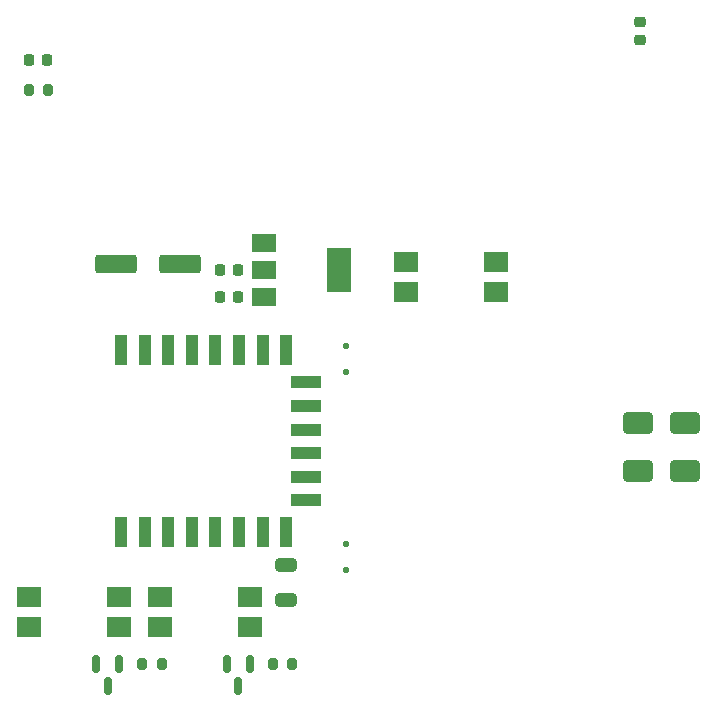
<source format=gtp>
G04 #@! TF.GenerationSoftware,KiCad,Pcbnew,7.0.8*
G04 #@! TF.CreationDate,2024-02-21T14:09:27-03:00*
G04 #@! TF.ProjectId,lamp_module,6c616d70-5f6d-46f6-9475-6c652e6b6963,1.0*
G04 #@! TF.SameCoordinates,Original*
G04 #@! TF.FileFunction,Paste,Top*
G04 #@! TF.FilePolarity,Positive*
%FSLAX46Y46*%
G04 Gerber Fmt 4.6, Leading zero omitted, Abs format (unit mm)*
G04 Created by KiCad (PCBNEW 7.0.8) date 2024-02-21 14:09:27*
%MOMM*%
%LPD*%
G01*
G04 APERTURE LIST*
G04 Aperture macros list*
%AMRoundRect*
0 Rectangle with rounded corners*
0 $1 Rounding radius*
0 $2 $3 $4 $5 $6 $7 $8 $9 X,Y pos of 4 corners*
0 Add a 4 corners polygon primitive as box body*
4,1,4,$2,$3,$4,$5,$6,$7,$8,$9,$2,$3,0*
0 Add four circle primitives for the rounded corners*
1,1,$1+$1,$2,$3*
1,1,$1+$1,$4,$5*
1,1,$1+$1,$6,$7*
1,1,$1+$1,$8,$9*
0 Add four rect primitives between the rounded corners*
20,1,$1+$1,$2,$3,$4,$5,0*
20,1,$1+$1,$4,$5,$6,$7,0*
20,1,$1+$1,$6,$7,$8,$9,0*
20,1,$1+$1,$8,$9,$2,$3,0*%
G04 Aperture macros list end*
%ADD10R,2.000000X1.780000*%
%ADD11RoundRect,0.200000X-0.200000X-0.275000X0.200000X-0.275000X0.200000X0.275000X-0.200000X0.275000X0*%
%ADD12RoundRect,0.250000X1.000000X0.650000X-1.000000X0.650000X-1.000000X-0.650000X1.000000X-0.650000X0*%
%ADD13RoundRect,0.250000X-1.000000X-0.650000X1.000000X-0.650000X1.000000X0.650000X-1.000000X0.650000X0*%
%ADD14RoundRect,0.150000X-0.150000X0.587500X-0.150000X-0.587500X0.150000X-0.587500X0.150000X0.587500X0*%
%ADD15RoundRect,0.250000X-0.650000X0.325000X-0.650000X-0.325000X0.650000X-0.325000X0.650000X0.325000X0*%
%ADD16RoundRect,0.125000X0.125000X-0.125000X0.125000X0.125000X-0.125000X0.125000X-0.125000X-0.125000X0*%
%ADD17RoundRect,0.218750X0.218750X0.256250X-0.218750X0.256250X-0.218750X-0.256250X0.218750X-0.256250X0*%
%ADD18R,2.000000X1.500000*%
%ADD19R,2.000000X3.800000*%
%ADD20RoundRect,0.250000X1.500000X0.550000X-1.500000X0.550000X-1.500000X-0.550000X1.500000X-0.550000X0*%
%ADD21R,1.100000X2.500000*%
%ADD22R,2.500000X1.100000*%
%ADD23RoundRect,0.225000X0.225000X0.250000X-0.225000X0.250000X-0.225000X-0.250000X0.225000X-0.250000X0*%
%ADD24RoundRect,0.218750X0.256250X-0.218750X0.256250X0.218750X-0.256250X0.218750X-0.256250X-0.218750X0*%
G04 APERTURE END LIST*
D10*
X131869750Y-122580250D03*
X131869750Y-125120250D03*
X139489750Y-125120250D03*
X139489750Y-122580250D03*
D11*
X141458750Y-128226250D03*
X143108750Y-128226250D03*
D12*
X176390599Y-107786250D03*
X172390599Y-107786250D03*
D13*
X172390599Y-111850250D03*
X176390599Y-111850250D03*
D11*
X130409750Y-128226250D03*
X132059750Y-128226250D03*
D14*
X128425750Y-128226250D03*
X126525750Y-128226250D03*
X127475750Y-130101250D03*
D15*
X142599750Y-119825250D03*
X142599750Y-122775250D03*
D16*
X147617750Y-120266250D03*
X147617750Y-118066250D03*
D14*
X139489750Y-128226250D03*
X137589750Y-128226250D03*
X138539750Y-130101250D03*
D17*
X122370250Y-77045250D03*
X120795250Y-77045250D03*
D11*
X120777750Y-79585250D03*
X122427750Y-79585250D03*
D18*
X140735750Y-92550250D03*
X140735750Y-94850250D03*
D19*
X147035750Y-94850250D03*
D18*
X140735750Y-97150250D03*
D20*
X133585750Y-94350250D03*
X128185750Y-94350250D03*
D21*
X128599750Y-117050250D03*
X130599750Y-117050250D03*
X132599750Y-117050250D03*
X134599750Y-117050250D03*
X136599750Y-117050250D03*
X138599750Y-117050250D03*
X140599750Y-117050250D03*
X142599750Y-117050250D03*
X142599750Y-101650250D03*
X140599750Y-101650250D03*
X138599750Y-101650250D03*
X136599750Y-101650250D03*
X134599750Y-101650250D03*
X132599750Y-101650250D03*
X130599750Y-101650250D03*
X128599750Y-101650250D03*
D22*
X144299750Y-114360250D03*
X144299750Y-112360250D03*
X144299750Y-110360250D03*
X144299750Y-108360250D03*
X144299750Y-106360250D03*
X144299750Y-104360250D03*
D16*
X147617750Y-103516250D03*
X147617750Y-101316250D03*
D23*
X138543250Y-94850250D03*
X136993250Y-94850250D03*
D10*
X160317750Y-96730250D03*
X160317750Y-94190250D03*
X152697750Y-94190250D03*
X152697750Y-96730250D03*
X120805750Y-122580250D03*
X120805750Y-125120250D03*
X128425750Y-125120250D03*
X128425750Y-122580250D03*
D24*
X172541750Y-75419750D03*
X172541750Y-73844750D03*
D23*
X138543250Y-97150250D03*
X136993250Y-97150250D03*
M02*

</source>
